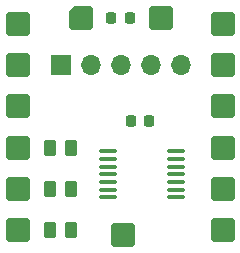
<source format=gbr>
%TF.GenerationSoftware,KiCad,Pcbnew,9.0.0*%
%TF.CreationDate,2026-02-19T11:21:19+01:00*%
%TF.ProjectId,SwitchlessMOD,53776974-6368-46c6-9573-734d4f442e6b,rev?*%
%TF.SameCoordinates,Original*%
%TF.FileFunction,Soldermask,Top*%
%TF.FilePolarity,Negative*%
%FSLAX46Y46*%
G04 Gerber Fmt 4.6, Leading zero omitted, Abs format (unit mm)*
G04 Created by KiCad (PCBNEW 9.0.0) date 2026-02-19 11:21:19*
%MOMM*%
%LPD*%
G01*
G04 APERTURE LIST*
G04 Aperture macros list*
%AMRoundRect*
0 Rectangle with rounded corners*
0 $1 Rounding radius*
0 $2 $3 $4 $5 $6 $7 $8 $9 X,Y pos of 4 corners*
0 Add a 4 corners polygon primitive as box body*
4,1,4,$2,$3,$4,$5,$6,$7,$8,$9,$2,$3,0*
0 Add four circle primitives for the rounded corners*
1,1,$1+$1,$2,$3*
1,1,$1+$1,$4,$5*
1,1,$1+$1,$6,$7*
1,1,$1+$1,$8,$9*
0 Add four rect primitives between the rounded corners*
20,1,$1+$1,$2,$3,$4,$5,0*
20,1,$1+$1,$4,$5,$6,$7,0*
20,1,$1+$1,$6,$7,$8,$9,0*
20,1,$1+$1,$8,$9,$2,$3,0*%
%AMFreePoly0*
4,1,18,-1.000000,0.600000,-0.600000,1.000000,0.750000,1.000000,0.845671,0.980970,0.926777,0.926777,0.980970,0.845671,1.000000,0.750000,1.000000,-0.750000,0.980970,-0.845671,0.926777,-0.926777,0.845671,-0.980970,0.750000,-1.000000,-0.750000,-1.000000,-0.845671,-0.980970,-0.926777,-0.926777,-0.980970,-0.845671,-1.000000,-0.750000,-1.000000,0.600000,-1.000000,0.600000,$1*%
G04 Aperture macros list end*
%ADD10RoundRect,0.250000X-0.750000X-0.750000X0.750000X-0.750000X0.750000X0.750000X-0.750000X0.750000X0*%
%ADD11RoundRect,0.225000X-0.225000X-0.250000X0.225000X-0.250000X0.225000X0.250000X-0.225000X0.250000X0*%
%ADD12RoundRect,0.250000X0.750000X-0.750000X0.750000X0.750000X-0.750000X0.750000X-0.750000X-0.750000X0*%
%ADD13RoundRect,0.250000X0.262500X0.450000X-0.262500X0.450000X-0.262500X-0.450000X0.262500X-0.450000X0*%
%ADD14RoundRect,0.100000X-0.637500X-0.100000X0.637500X-0.100000X0.637500X0.100000X-0.637500X0.100000X0*%
%ADD15R,1.700000X1.700000*%
%ADD16O,1.700000X1.700000*%
%ADD17FreePoly0,0.000000*%
G04 APERTURE END LIST*
D10*
%TO.C,RC4/G*%
X130600000Y-107500000D03*
%TD*%
D11*
%TO.C,C2*%
X140205000Y-101750000D03*
X141755000Y-101750000D03*
%TD*%
D10*
%TO.C,GND*%
X139500000Y-111400000D03*
%TD*%
%TO.C,RESET IN*%
X130600000Y-97000000D03*
%TD*%
%TO.C,RC3/R*%
X130600000Y-111000000D03*
%TD*%
%TO.C,RA1*%
X148000000Y-97000000D03*
%TD*%
%TO.C,LANG*%
X148000000Y-104000000D03*
%TD*%
D12*
%TO.C,50/60Hz*%
X148000000Y-100500000D03*
%TD*%
D10*
%TO.C,RA3*%
X130600000Y-100500000D03*
%TD*%
%TO.C,RC1*%
X148000000Y-107500000D03*
%TD*%
%TO.C,RC2*%
X148000000Y-111000000D03*
%TD*%
D13*
%TO.C,R2*%
X135162500Y-107500000D03*
X133337500Y-107500000D03*
%TD*%
D10*
%TO.C,GND*%
X142750000Y-93000000D03*
%TD*%
%TO.C,RC5/B*%
X130600000Y-104000000D03*
%TD*%
D13*
%TO.C,R3*%
X135162500Y-104000000D03*
X133337500Y-104000000D03*
%TD*%
%TO.C,R1*%
X135162500Y-111000000D03*
X133337500Y-111000000D03*
%TD*%
D14*
%TO.C,U1*%
X138250000Y-104300000D03*
X138250000Y-104950000D03*
X138250000Y-105600000D03*
X138250000Y-106250000D03*
X138250000Y-106900000D03*
X138250000Y-107550000D03*
X138250000Y-108200000D03*
X143975000Y-108200000D03*
X143975000Y-107550000D03*
X143975000Y-106900000D03*
X143975000Y-106250000D03*
X143975000Y-105600000D03*
X143975000Y-104950000D03*
X143975000Y-104300000D03*
%TD*%
D11*
%TO.C,C1*%
X138545000Y-93000000D03*
X140095000Y-93000000D03*
%TD*%
D10*
%TO.C,RA0*%
X148000000Y-93500000D03*
%TD*%
D15*
%TO.C,ICSP1*%
X134260000Y-97000000D03*
D16*
X136800000Y-97000000D03*
X139340000Y-97000000D03*
X141880000Y-97000000D03*
X144420000Y-97000000D03*
%TD*%
D17*
%TO.C,VDD*%
X136000000Y-93000000D03*
%TD*%
D10*
%TO.C,REEST OUT*%
X130600000Y-93500000D03*
%TD*%
M02*

</source>
